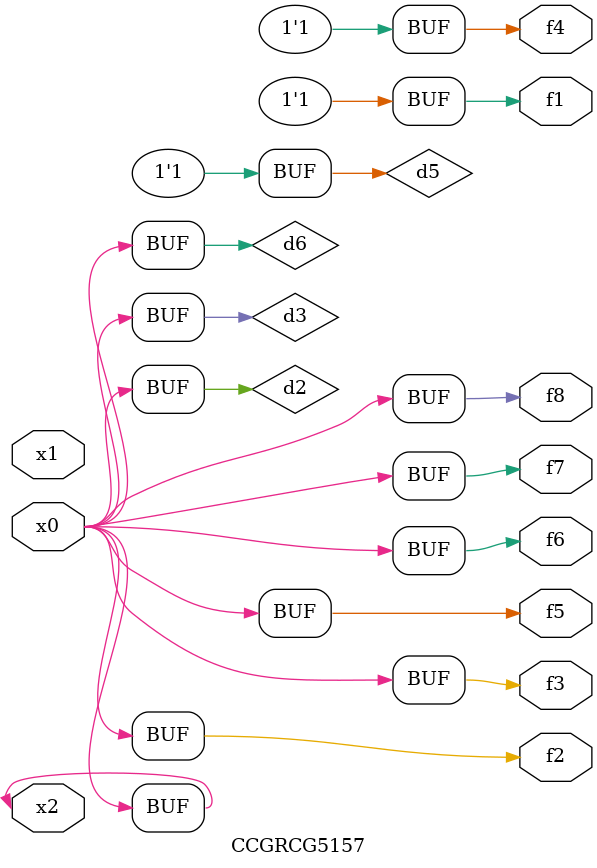
<source format=v>
module CCGRCG5157(
	input x0, x1, x2,
	output f1, f2, f3, f4, f5, f6, f7, f8
);

	wire d1, d2, d3, d4, d5, d6;

	xnor (d1, x2);
	buf (d2, x0, x2);
	and (d3, x0);
	xnor (d4, x1, x2);
	nand (d5, d1, d3);
	buf (d6, d2, d3);
	assign f1 = d5;
	assign f2 = d6;
	assign f3 = d6;
	assign f4 = d5;
	assign f5 = d6;
	assign f6 = d6;
	assign f7 = d6;
	assign f8 = d6;
endmodule

</source>
